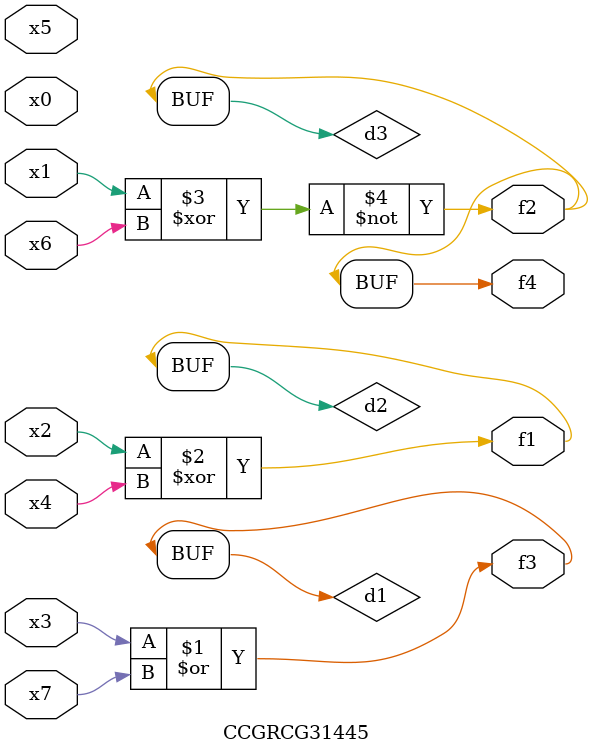
<source format=v>
module CCGRCG31445(
	input x0, x1, x2, x3, x4, x5, x6, x7,
	output f1, f2, f3, f4
);

	wire d1, d2, d3;

	or (d1, x3, x7);
	xor (d2, x2, x4);
	xnor (d3, x1, x6);
	assign f1 = d2;
	assign f2 = d3;
	assign f3 = d1;
	assign f4 = d3;
endmodule

</source>
